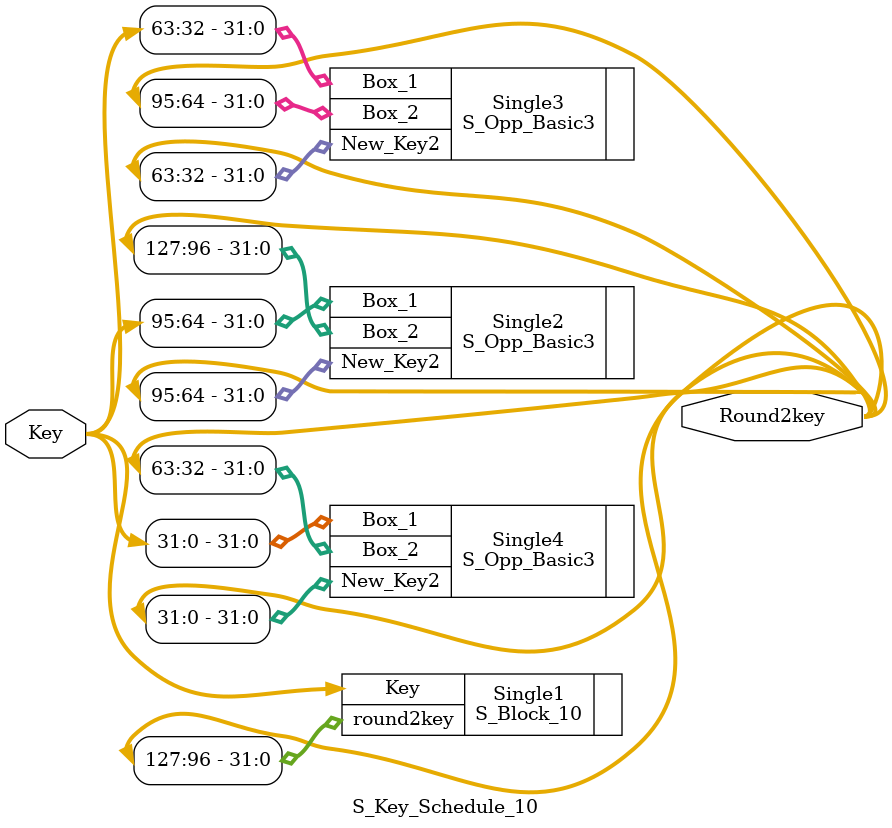
<source format=v>
module S_Key_Schedule_10(Key,Round2key);
  input [127:0]Key;
  output [127:0]Round2key;
  
S_Block_10 Single1 (
                     .Key(Key),                              
                     .round2key(Round2key[127:96])
                     );


S_Opp_Basic3 Single2 (
                       .Box_1(Key[95:64]), 
                       .Box_2(Round2key[127:96]), 
                       .New_Key2(Round2key[95:64])
                      );


S_Opp_Basic3 Single3 (
                       .Box_1(Key[63:32]), 
                       .Box_2(Round2key[95:64]), 
                       .New_Key2(Round2key[63:32])
                      );


S_Opp_Basic3 Single4 (
                       .Box_1(Key[31:0]), 
                       .Box_2(Round2key[63:32]), 
                       .New_Key2(Round2key[31:0])
                      );

endmodule


</source>
